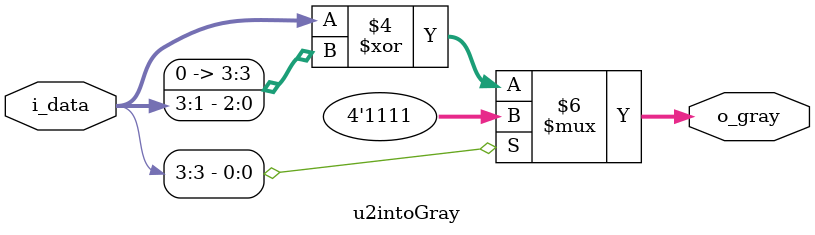
<source format=sv>
module u2intoGray (i_data, o_gray);

    parameter BITS = 4;
    input  logic signed [BITS-1:0] i_data;
    output logic signed [BITS-1:0] o_gray;

    always @(*)
    begin
        if (i_data[BITS-1] == 1) begin // zwrocenie kodu bledu jezeli liczba na wejsciu jest ujemna
            o_gray = '1;
        end else
        begin
            o_gray  = i_data ^ (i_data >> 1);
        end
    end

endmodule




</source>
